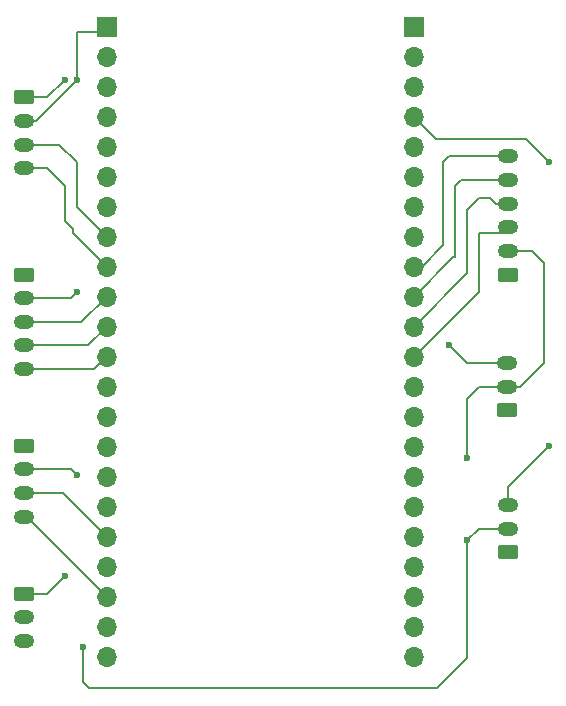
<source format=gbr>
%TF.GenerationSoftware,KiCad,Pcbnew,9.0.4*%
%TF.CreationDate,2025-09-08T16:44:25+02:00*%
%TF.ProjectId,STYX_V1,53545958-5f56-4312-9e6b-696361645f70,rev?*%
%TF.SameCoordinates,Original*%
%TF.FileFunction,Copper,L1,Top*%
%TF.FilePolarity,Positive*%
%FSLAX46Y46*%
G04 Gerber Fmt 4.6, Leading zero omitted, Abs format (unit mm)*
G04 Created by KiCad (PCBNEW 9.0.4) date 2025-09-08 16:44:25*
%MOMM*%
%LPD*%
G01*
G04 APERTURE LIST*
G04 Aperture macros list*
%AMRoundRect*
0 Rectangle with rounded corners*
0 $1 Rounding radius*
0 $2 $3 $4 $5 $6 $7 $8 $9 X,Y pos of 4 corners*
0 Add a 4 corners polygon primitive as box body*
4,1,4,$2,$3,$4,$5,$6,$7,$8,$9,$2,$3,0*
0 Add four circle primitives for the rounded corners*
1,1,$1+$1,$2,$3*
1,1,$1+$1,$4,$5*
1,1,$1+$1,$6,$7*
1,1,$1+$1,$8,$9*
0 Add four rect primitives between the rounded corners*
20,1,$1+$1,$2,$3,$4,$5,0*
20,1,$1+$1,$4,$5,$6,$7,0*
20,1,$1+$1,$6,$7,$8,$9,0*
20,1,$1+$1,$8,$9,$2,$3,0*%
G04 Aperture macros list end*
%TA.AperFunction,ComponentPad*%
%ADD10RoundRect,0.250000X0.625000X-0.350000X0.625000X0.350000X-0.625000X0.350000X-0.625000X-0.350000X0*%
%TD*%
%TA.AperFunction,ComponentPad*%
%ADD11O,1.750000X1.200000*%
%TD*%
%TA.AperFunction,ComponentPad*%
%ADD12RoundRect,0.250000X-0.625000X0.350000X-0.625000X-0.350000X0.625000X-0.350000X0.625000X0.350000X0*%
%TD*%
%TA.AperFunction,ComponentPad*%
%ADD13R,1.700000X1.700000*%
%TD*%
%TA.AperFunction,ComponentPad*%
%ADD14O,1.700000X1.700000*%
%TD*%
%TA.AperFunction,ViaPad*%
%ADD15C,0.600000*%
%TD*%
%TA.AperFunction,Conductor*%
%ADD16C,0.200000*%
%TD*%
G04 APERTURE END LIST*
D10*
%TO.P,frein Droit,1*%
%TO.N,N/C*%
X123950000Y-76500000D03*
D11*
%TO.P,frein Droit,2*%
X123950000Y-74500000D03*
%TO.P,frein Droit,3*%
X123950000Y-72500000D03*
%TD*%
D10*
%TO.P,frein Gauche,1*%
%TO.N,N/C*%
X124000000Y-88500000D03*
D11*
%TO.P,frein Gauche,2*%
X124000000Y-86500000D03*
%TO.P,frein Gauche,3*%
X124000000Y-84500000D03*
%TD*%
%TO.P,Gaz,3*%
%TO.N,N/C*%
X83000000Y-96000000D03*
%TO.P,Gaz,2*%
X83000000Y-94000000D03*
D12*
%TO.P,Gaz,1*%
X83000000Y-92000000D03*
%TD*%
D10*
%TO.P,REF\u002A\u002A,1*%
%TO.N,N/C*%
X124000000Y-65000000D03*
D11*
%TO.P,REF\u002A\u002A,2*%
X124000000Y-63000000D03*
%TO.P,REF\u002A\u002A,3*%
X124000000Y-61000000D03*
%TO.P,REF\u002A\u002A,4*%
X124000000Y-59000000D03*
%TO.P,REF\u002A\u002A,5*%
X124000000Y-57000000D03*
%TO.P,REF\u002A\u002A,6*%
X124000000Y-55000000D03*
%TD*%
D12*
%TO.P,REF\u002A\u002A,1*%
%TO.N,N/C*%
X83000000Y-79500000D03*
D11*
%TO.P,REF\u002A\u002A,2*%
X83000000Y-81500000D03*
%TO.P,REF\u002A\u002A,3*%
X83000000Y-83500000D03*
%TO.P,REF\u002A\u002A,4*%
X83000000Y-85500000D03*
%TD*%
D12*
%TO.P,REF\u002A\u002A,1*%
%TO.N,N/C*%
X83000000Y-50000000D03*
D11*
%TO.P,REF\u002A\u002A,2*%
X83000000Y-52000000D03*
%TO.P,REF\u002A\u002A,3*%
X83000000Y-54000000D03*
%TO.P,REF\u002A\u002A,4*%
X83000000Y-56000000D03*
%TD*%
D13*
%TO.P,REF\u002A\u002A,1*%
%TO.N,N/C*%
X116000000Y-44000000D03*
D14*
%TO.P,REF\u002A\u002A,2*%
X116000000Y-46540000D03*
%TO.P,REF\u002A\u002A,3*%
X116000000Y-49080000D03*
%TO.P,REF\u002A\u002A,4*%
X116000000Y-51620000D03*
%TO.P,REF\u002A\u002A,5*%
X116000000Y-54160000D03*
%TO.P,REF\u002A\u002A,6*%
X116000000Y-56700000D03*
%TO.P,REF\u002A\u002A,7*%
X116000000Y-59240000D03*
%TO.P,REF\u002A\u002A,8*%
X116000000Y-61780000D03*
%TO.P,REF\u002A\u002A,9*%
X116000000Y-64320000D03*
%TO.P,REF\u002A\u002A,10*%
X116000000Y-66860000D03*
%TO.P,REF\u002A\u002A,11*%
X116000000Y-69400000D03*
%TO.P,REF\u002A\u002A,12*%
X116000000Y-71940000D03*
%TO.P,REF\u002A\u002A,13*%
X116000000Y-74480000D03*
%TO.P,REF\u002A\u002A,14*%
X116000000Y-77020000D03*
%TO.P,REF\u002A\u002A,15*%
X116000000Y-79560000D03*
%TO.P,REF\u002A\u002A,16*%
X116000000Y-82100000D03*
%TO.P,REF\u002A\u002A,17*%
X116000000Y-84640000D03*
%TO.P,REF\u002A\u002A,18*%
X116000000Y-87180000D03*
%TO.P,REF\u002A\u002A,19*%
X116000000Y-89720000D03*
%TO.P,REF\u002A\u002A,20*%
X116000000Y-92260000D03*
%TO.P,REF\u002A\u002A,21*%
X116000000Y-94800000D03*
%TO.P,REF\u002A\u002A,22*%
X116000000Y-97340000D03*
%TD*%
D13*
%TO.P,REF\u002A\u002A,1*%
%TO.N,N/C*%
X90000000Y-44000000D03*
D14*
%TO.P,REF\u002A\u002A,2*%
X90000000Y-46540000D03*
%TO.P,REF\u002A\u002A,3*%
X90000000Y-49080000D03*
%TO.P,REF\u002A\u002A,4*%
X90000000Y-51620000D03*
%TO.P,REF\u002A\u002A,5*%
X90000000Y-54160000D03*
%TO.P,REF\u002A\u002A,6*%
X90000000Y-56700000D03*
%TO.P,REF\u002A\u002A,7*%
X90000000Y-59240000D03*
%TO.P,REF\u002A\u002A,8*%
X90000000Y-61780000D03*
%TO.P,REF\u002A\u002A,9*%
X90000000Y-64320000D03*
%TO.P,REF\u002A\u002A,10*%
X90000000Y-66860000D03*
%TO.P,REF\u002A\u002A,11*%
X90000000Y-69400000D03*
%TO.P,REF\u002A\u002A,12*%
X90000000Y-71940000D03*
%TO.P,REF\u002A\u002A,13*%
X90000000Y-74480000D03*
%TO.P,REF\u002A\u002A,14*%
X90000000Y-77020000D03*
%TO.P,REF\u002A\u002A,15*%
X90000000Y-79560000D03*
%TO.P,REF\u002A\u002A,16*%
X90000000Y-82100000D03*
%TO.P,REF\u002A\u002A,17*%
X90000000Y-84640000D03*
%TO.P,REF\u002A\u002A,18*%
X90000000Y-87180000D03*
%TO.P,REF\u002A\u002A,19*%
X90000000Y-89720000D03*
%TO.P,REF\u002A\u002A,20*%
X90000000Y-92260000D03*
%TO.P,REF\u002A\u002A,21*%
X90000000Y-94800000D03*
%TO.P,REF\u002A\u002A,22*%
X90000000Y-97340000D03*
%TD*%
D12*
%TO.P,REF\u002A\u002A,1*%
%TO.N,N/C*%
X83000000Y-65000000D03*
D11*
%TO.P,REF\u002A\u002A,2*%
X83000000Y-67000000D03*
%TO.P,REF\u002A\u002A,3*%
X83000000Y-69000000D03*
%TO.P,REF\u002A\u002A,4*%
X83000000Y-71000000D03*
%TO.P,REF\u002A\u002A,5*%
X83000000Y-73000000D03*
%TD*%
D15*
%TO.N,*%
X127500000Y-79500000D03*
X127500000Y-55500000D03*
X119000000Y-71000000D03*
X120500000Y-80500000D03*
X86500000Y-90500000D03*
X88000000Y-96500000D03*
X87500000Y-48500000D03*
X120500000Y-87500000D03*
X86500000Y-48500000D03*
X87500000Y-82000000D03*
X87500000Y-66500000D03*
%TD*%
D16*
%TO.N,*%
X124000000Y-83000000D02*
X127075029Y-79924971D01*
X124000000Y-84500000D02*
X124000000Y-83000000D01*
X125500000Y-81500000D02*
X127500000Y-79500000D01*
X127500000Y-55500000D02*
X125500000Y-53500000D01*
X125500000Y-53500000D02*
X117880000Y-53500000D01*
X117880000Y-53500000D02*
X116000000Y-51620000D01*
X119000000Y-71000000D02*
X120500000Y-72500000D01*
X120500000Y-72500000D02*
X123950000Y-72500000D01*
X116000000Y-69400000D02*
X120500000Y-64900000D01*
X120500000Y-97500000D02*
X118000000Y-100000000D01*
X87500000Y-44500000D02*
X89500000Y-44500000D01*
X83000000Y-92000000D02*
X85000000Y-92000000D01*
X120500000Y-87500000D02*
X120500000Y-97500000D01*
X116000000Y-66860000D02*
X119360000Y-63500000D01*
X124000000Y-86500000D02*
X121500000Y-86500000D01*
X83240000Y-85500000D02*
X90000000Y-92260000D01*
X116680000Y-64320000D02*
X118500000Y-62500000D01*
X83000000Y-56000000D02*
X85000000Y-56000000D01*
X121500000Y-66440000D02*
X121500000Y-65500000D01*
X120500000Y-75500000D02*
X121500000Y-74500000D01*
X88500000Y-100000000D02*
X88000000Y-99500000D01*
X125000000Y-74500000D02*
X124000000Y-74500000D01*
X123000000Y-59000000D02*
X124000000Y-59000000D01*
X83000000Y-69000000D02*
X87860000Y-69000000D01*
X83000000Y-54000000D02*
X86000000Y-54000000D01*
X87180000Y-61500000D02*
X90000000Y-64320000D01*
X119500000Y-57500000D02*
X120000000Y-57000000D01*
X85000000Y-92000000D02*
X86500000Y-90500000D01*
X88400000Y-71000000D02*
X90000000Y-69400000D01*
X85000000Y-50000000D02*
X86500000Y-48500000D01*
X87000000Y-67000000D02*
X87500000Y-66500000D01*
X86500000Y-60500000D02*
X86500000Y-57500000D01*
X88000000Y-99500000D02*
X88000000Y-96500000D01*
X121500000Y-65500000D02*
X121500000Y-61500000D01*
X126000000Y-63000000D02*
X127000000Y-64000000D01*
X86000000Y-54000000D02*
X87500000Y-55500000D01*
X119360000Y-63500000D02*
X119500000Y-63500000D01*
X119500000Y-63500000D02*
X119500000Y-57500000D01*
X121500000Y-74500000D02*
X124000000Y-74500000D01*
X83000000Y-73000000D02*
X88940000Y-73000000D01*
X120500000Y-64900000D02*
X120500000Y-59500000D01*
X87860000Y-69000000D02*
X90000000Y-66860000D01*
X118000000Y-100000000D02*
X88500000Y-100000000D01*
X127000000Y-72500000D02*
X125000000Y-74500000D01*
X88940000Y-73000000D02*
X90000000Y-71940000D01*
X116000000Y-71940000D02*
X121500000Y-66440000D01*
X86320000Y-83500000D02*
X90000000Y-87180000D01*
X119000000Y-55000000D02*
X124000000Y-55000000D01*
X87000000Y-81500000D02*
X83000000Y-81500000D01*
X118500000Y-62500000D02*
X118500000Y-55500000D01*
X84000000Y-52000000D02*
X87500000Y-48500000D01*
X121500000Y-61500000D02*
X123500000Y-61500000D01*
X127000000Y-64000000D02*
X127000000Y-72500000D01*
X85000000Y-56000000D02*
X86500000Y-57500000D01*
X87500000Y-82000000D02*
X87000000Y-81500000D01*
X83000000Y-85500000D02*
X83240000Y-85500000D01*
X121500000Y-58500000D02*
X122500000Y-58500000D01*
X87500000Y-59280000D02*
X90000000Y-61780000D01*
X87500000Y-48500000D02*
X87500000Y-44500000D01*
X83000000Y-83500000D02*
X86320000Y-83500000D01*
X120500000Y-80500000D02*
X120500000Y-75500000D01*
X123500000Y-61500000D02*
X124000000Y-61000000D01*
X120000000Y-57000000D02*
X124000000Y-57000000D01*
X120500000Y-59500000D02*
X121500000Y-58500000D01*
X122500000Y-58500000D02*
X123000000Y-59000000D01*
X87180000Y-61180000D02*
X86500000Y-60500000D01*
X121500000Y-86500000D02*
X120500000Y-87500000D01*
X89500000Y-44500000D02*
X90000000Y-44000000D01*
X118500000Y-55500000D02*
X119000000Y-55000000D01*
X83000000Y-67000000D02*
X87000000Y-67000000D01*
X83000000Y-52000000D02*
X84000000Y-52000000D01*
X83000000Y-71000000D02*
X88400000Y-71000000D01*
X87500000Y-55500000D02*
X87500000Y-59280000D01*
X87180000Y-61500000D02*
X87180000Y-61180000D01*
X124000000Y-63000000D02*
X126000000Y-63000000D01*
X83000000Y-50000000D02*
X85000000Y-50000000D01*
X116000000Y-64320000D02*
X116680000Y-64320000D01*
%TD*%
M02*

</source>
